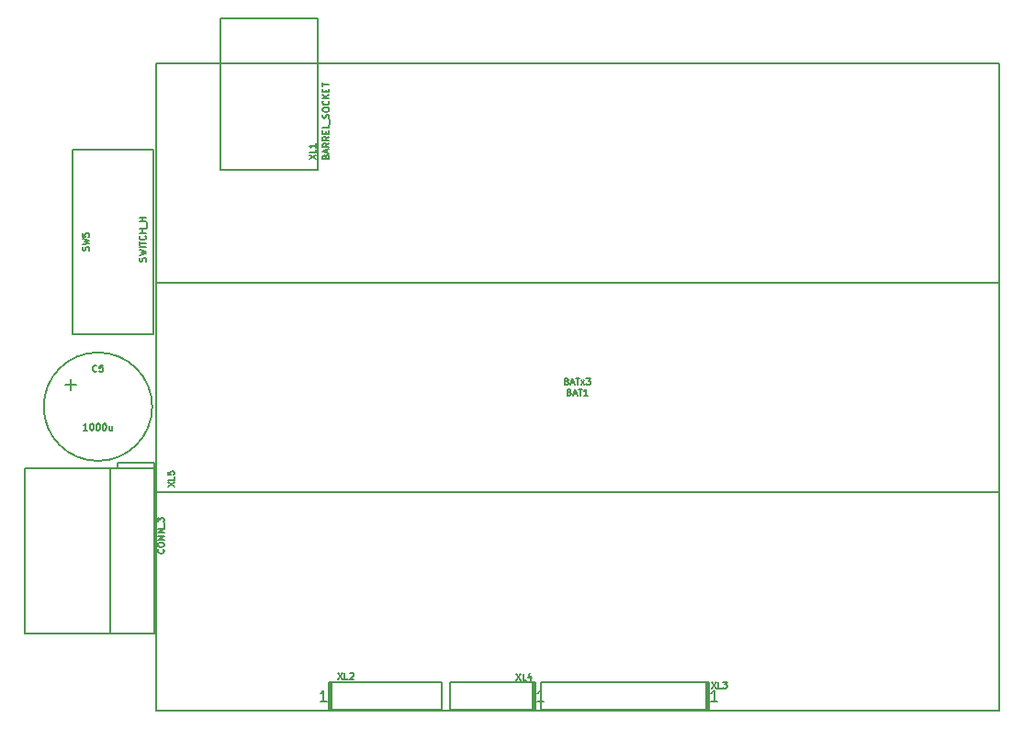
<source format=gto>
G04 #@! TF.FileFunction,Legend,Top*
%FSLAX46Y46*%
G04 Gerber Fmt 4.6, Leading zero omitted, Abs format (unit mm)*
G04 Created by KiCad (PCBNEW (2015-08-16 BZR 6097, Git b384c94)-product) date 30.08.2015 23:23:13*
%MOMM*%
G01*
G04 APERTURE LIST*
%ADD10C,0.100000*%
%ADD11C,0.150000*%
%ADD12C,0.127000*%
G04 APERTURE END LIST*
D10*
D11*
X85201260Y-92800000D02*
G75*
G03X85201260Y-92800000I-5001260J0D01*
G01*
X77200260Y-90801020D02*
X78201020Y-90801020D01*
X77700640Y-90300640D02*
X77700640Y-91298860D01*
X77850000Y-86100000D02*
X77850000Y-69100000D01*
X77850000Y-69100000D02*
X85350000Y-69100000D01*
X85350000Y-69100000D02*
X85350000Y-86100000D01*
X85350000Y-86100000D02*
X77850000Y-86100000D01*
X96000000Y-57000000D02*
X100500000Y-57000000D01*
X100500000Y-57000000D02*
X100500000Y-71000000D01*
X100500000Y-71000000D02*
X91500000Y-71000000D01*
X91500000Y-71000000D02*
X91500000Y-57000000D01*
D12*
X91500000Y-57000000D02*
X96000000Y-57000000D01*
D11*
X101730000Y-120770000D02*
X101476000Y-120770000D01*
X101476000Y-120770000D02*
X101476000Y-118230000D01*
X101476000Y-118230000D02*
X101730000Y-118230000D01*
X101730000Y-118230000D02*
X101603000Y-118230000D01*
X101603000Y-118230000D02*
X101603000Y-120770000D01*
X101730000Y-118230000D02*
X111890000Y-118230000D01*
X111890000Y-118230000D02*
X111890000Y-120770000D01*
X111890000Y-120770000D02*
X101730000Y-120770000D01*
X101730000Y-120770000D02*
X101730000Y-118230000D01*
X136270000Y-118230000D02*
X121030000Y-118230000D01*
X121030000Y-120770000D02*
X136270000Y-120770000D01*
X121030000Y-120770000D02*
X121030000Y-118230000D01*
X136270000Y-118230000D02*
X136524000Y-118230000D01*
X136524000Y-118230000D02*
X136524000Y-120770000D01*
X136524000Y-120770000D02*
X136270000Y-120770000D01*
X136270000Y-120770000D02*
X136397000Y-120770000D01*
X136397000Y-120770000D02*
X136397000Y-118230000D01*
X136270000Y-118230000D02*
X136270000Y-120770000D01*
X120270000Y-118230000D02*
X112650000Y-118230000D01*
X120270000Y-120770000D02*
X112650000Y-120770000D01*
X120270000Y-118230000D02*
X120524000Y-118230000D01*
X120524000Y-118230000D02*
X120524000Y-120770000D01*
X120524000Y-120770000D02*
X120270000Y-120770000D01*
X120270000Y-120770000D02*
X120397000Y-120770000D01*
X120397000Y-120770000D02*
X120397000Y-118230000D01*
X112650000Y-120770000D02*
X112650000Y-118230000D01*
X120270000Y-118230000D02*
X120270000Y-120770000D01*
X85550000Y-100650000D02*
X163250000Y-100650000D01*
X85550000Y-81350000D02*
X163250000Y-81350000D01*
X85550000Y-61150000D02*
X163250000Y-61150000D01*
X163250000Y-61150000D02*
X163250000Y-120850000D01*
X163250000Y-120850000D02*
X85550000Y-120850000D01*
X85550000Y-120850000D02*
X85550000Y-61150000D01*
X81368000Y-113680000D02*
X81368000Y-98440000D01*
X73494000Y-113680000D02*
X83400000Y-113680000D01*
X73494000Y-113680000D02*
X73494000Y-98440000D01*
X73494000Y-98440000D02*
X85432000Y-98440000D01*
X85432000Y-98440000D02*
X85432000Y-113680000D01*
X85400000Y-98480000D02*
X85400000Y-97980000D01*
X85400000Y-97980000D02*
X82000000Y-97980000D01*
X82000000Y-97980000D02*
X82000000Y-98480000D01*
X85400000Y-113680000D02*
X83400000Y-113680000D01*
X80100000Y-89514286D02*
X80071429Y-89542857D01*
X79985715Y-89571429D01*
X79928572Y-89571429D01*
X79842857Y-89542857D01*
X79785715Y-89485714D01*
X79757143Y-89428571D01*
X79728572Y-89314286D01*
X79728572Y-89228571D01*
X79757143Y-89114286D01*
X79785715Y-89057143D01*
X79842857Y-89000000D01*
X79928572Y-88971429D01*
X79985715Y-88971429D01*
X80071429Y-89000000D01*
X80100000Y-89028571D01*
X80642857Y-88971429D02*
X80357143Y-88971429D01*
X80328572Y-89257143D01*
X80357143Y-89228571D01*
X80414286Y-89200000D01*
X80557143Y-89200000D01*
X80614286Y-89228571D01*
X80642857Y-89257143D01*
X80671429Y-89314286D01*
X80671429Y-89457143D01*
X80642857Y-89514286D01*
X80614286Y-89542857D01*
X80557143Y-89571429D01*
X80414286Y-89571429D01*
X80357143Y-89542857D01*
X80328572Y-89514286D01*
X79242857Y-94971429D02*
X78900000Y-94971429D01*
X79071428Y-94971429D02*
X79071428Y-94371429D01*
X79014285Y-94457143D01*
X78957143Y-94514286D01*
X78900000Y-94542857D01*
X79614286Y-94371429D02*
X79671429Y-94371429D01*
X79728572Y-94400000D01*
X79757143Y-94428571D01*
X79785714Y-94485714D01*
X79814286Y-94600000D01*
X79814286Y-94742857D01*
X79785714Y-94857143D01*
X79757143Y-94914286D01*
X79728572Y-94942857D01*
X79671429Y-94971429D01*
X79614286Y-94971429D01*
X79557143Y-94942857D01*
X79528572Y-94914286D01*
X79500000Y-94857143D01*
X79471429Y-94742857D01*
X79471429Y-94600000D01*
X79500000Y-94485714D01*
X79528572Y-94428571D01*
X79557143Y-94400000D01*
X79614286Y-94371429D01*
X80185715Y-94371429D02*
X80242858Y-94371429D01*
X80300001Y-94400000D01*
X80328572Y-94428571D01*
X80357143Y-94485714D01*
X80385715Y-94600000D01*
X80385715Y-94742857D01*
X80357143Y-94857143D01*
X80328572Y-94914286D01*
X80300001Y-94942857D01*
X80242858Y-94971429D01*
X80185715Y-94971429D01*
X80128572Y-94942857D01*
X80100001Y-94914286D01*
X80071429Y-94857143D01*
X80042858Y-94742857D01*
X80042858Y-94600000D01*
X80071429Y-94485714D01*
X80100001Y-94428571D01*
X80128572Y-94400000D01*
X80185715Y-94371429D01*
X80757144Y-94371429D02*
X80814287Y-94371429D01*
X80871430Y-94400000D01*
X80900001Y-94428571D01*
X80928572Y-94485714D01*
X80957144Y-94600000D01*
X80957144Y-94742857D01*
X80928572Y-94857143D01*
X80900001Y-94914286D01*
X80871430Y-94942857D01*
X80814287Y-94971429D01*
X80757144Y-94971429D01*
X80700001Y-94942857D01*
X80671430Y-94914286D01*
X80642858Y-94857143D01*
X80614287Y-94742857D01*
X80614287Y-94600000D01*
X80642858Y-94485714D01*
X80671430Y-94428571D01*
X80700001Y-94400000D01*
X80757144Y-94371429D01*
X81471430Y-94571429D02*
X81471430Y-94971429D01*
X81214287Y-94571429D02*
X81214287Y-94885714D01*
X81242859Y-94942857D01*
X81300001Y-94971429D01*
X81385716Y-94971429D01*
X81442859Y-94942857D01*
X81471430Y-94914286D01*
X79342857Y-78400000D02*
X79371429Y-78314286D01*
X79371429Y-78171429D01*
X79342857Y-78114286D01*
X79314286Y-78085715D01*
X79257143Y-78057143D01*
X79200000Y-78057143D01*
X79142857Y-78085715D01*
X79114286Y-78114286D01*
X79085714Y-78171429D01*
X79057143Y-78285715D01*
X79028571Y-78342857D01*
X79000000Y-78371429D01*
X78942857Y-78400000D01*
X78885714Y-78400000D01*
X78828571Y-78371429D01*
X78800000Y-78342857D01*
X78771429Y-78285715D01*
X78771429Y-78142857D01*
X78800000Y-78057143D01*
X78771429Y-77857143D02*
X79371429Y-77714286D01*
X78942857Y-77600000D01*
X79371429Y-77485714D01*
X78771429Y-77342857D01*
X78771429Y-76828572D02*
X78771429Y-77114286D01*
X79057143Y-77142857D01*
X79028571Y-77114286D01*
X79000000Y-77057143D01*
X79000000Y-76914286D01*
X79028571Y-76857143D01*
X79057143Y-76828572D01*
X79114286Y-76800000D01*
X79257143Y-76800000D01*
X79314286Y-76828572D01*
X79342857Y-76857143D01*
X79371429Y-76914286D01*
X79371429Y-77057143D01*
X79342857Y-77114286D01*
X79314286Y-77142857D01*
X84592857Y-79392856D02*
X84621429Y-79307142D01*
X84621429Y-79164285D01*
X84592857Y-79107142D01*
X84564286Y-79078571D01*
X84507143Y-79049999D01*
X84450000Y-79049999D01*
X84392857Y-79078571D01*
X84364286Y-79107142D01*
X84335714Y-79164285D01*
X84307143Y-79278571D01*
X84278571Y-79335713D01*
X84250000Y-79364285D01*
X84192857Y-79392856D01*
X84135714Y-79392856D01*
X84078571Y-79364285D01*
X84050000Y-79335713D01*
X84021429Y-79278571D01*
X84021429Y-79135713D01*
X84050000Y-79049999D01*
X84021429Y-78849999D02*
X84621429Y-78707142D01*
X84192857Y-78592856D01*
X84621429Y-78478570D01*
X84021429Y-78335713D01*
X84621429Y-78107142D02*
X84021429Y-78107142D01*
X84021429Y-77907142D02*
X84021429Y-77564285D01*
X84621429Y-77735714D02*
X84021429Y-77735714D01*
X84564286Y-77021428D02*
X84592857Y-77049999D01*
X84621429Y-77135713D01*
X84621429Y-77192856D01*
X84592857Y-77278571D01*
X84535714Y-77335713D01*
X84478571Y-77364285D01*
X84364286Y-77392856D01*
X84278571Y-77392856D01*
X84164286Y-77364285D01*
X84107143Y-77335713D01*
X84050000Y-77278571D01*
X84021429Y-77192856D01*
X84021429Y-77135713D01*
X84050000Y-77049999D01*
X84078571Y-77021428D01*
X84621429Y-76764285D02*
X84021429Y-76764285D01*
X84307143Y-76764285D02*
X84307143Y-76421428D01*
X84621429Y-76421428D02*
X84021429Y-76421428D01*
X84678571Y-76278571D02*
X84678571Y-75821428D01*
X84621429Y-75678571D02*
X84021429Y-75678571D01*
X84307143Y-75678571D02*
X84307143Y-75335714D01*
X84621429Y-75335714D02*
X84021429Y-75335714D01*
X99671429Y-69978572D02*
X100271429Y-69578572D01*
X99671429Y-69578572D02*
X100271429Y-69978572D01*
X100271429Y-69064286D02*
X100271429Y-69350000D01*
X99671429Y-69350000D01*
X100271429Y-68550000D02*
X100271429Y-68892857D01*
X100271429Y-68721429D02*
X99671429Y-68721429D01*
X99757143Y-68778572D01*
X99814286Y-68835714D01*
X99842857Y-68892857D01*
X101207143Y-69757143D02*
X101235714Y-69671429D01*
X101264286Y-69642857D01*
X101321429Y-69614286D01*
X101407143Y-69614286D01*
X101464286Y-69642857D01*
X101492857Y-69671429D01*
X101521429Y-69728571D01*
X101521429Y-69957143D01*
X100921429Y-69957143D01*
X100921429Y-69757143D01*
X100950000Y-69700000D01*
X100978571Y-69671429D01*
X101035714Y-69642857D01*
X101092857Y-69642857D01*
X101150000Y-69671429D01*
X101178571Y-69700000D01*
X101207143Y-69757143D01*
X101207143Y-69957143D01*
X101350000Y-69385714D02*
X101350000Y-69100000D01*
X101521429Y-69442857D02*
X100921429Y-69242857D01*
X101521429Y-69042857D01*
X101521429Y-68500000D02*
X101235714Y-68700000D01*
X101521429Y-68842857D02*
X100921429Y-68842857D01*
X100921429Y-68614285D01*
X100950000Y-68557143D01*
X100978571Y-68528571D01*
X101035714Y-68500000D01*
X101121429Y-68500000D01*
X101178571Y-68528571D01*
X101207143Y-68557143D01*
X101235714Y-68614285D01*
X101235714Y-68842857D01*
X101521429Y-67900000D02*
X101235714Y-68100000D01*
X101521429Y-68242857D02*
X100921429Y-68242857D01*
X100921429Y-68014285D01*
X100950000Y-67957143D01*
X100978571Y-67928571D01*
X101035714Y-67900000D01*
X101121429Y-67900000D01*
X101178571Y-67928571D01*
X101207143Y-67957143D01*
X101235714Y-68014285D01*
X101235714Y-68242857D01*
X101207143Y-67642857D02*
X101207143Y-67442857D01*
X101521429Y-67357143D02*
X101521429Y-67642857D01*
X100921429Y-67642857D01*
X100921429Y-67357143D01*
X101521429Y-66814286D02*
X101521429Y-67100000D01*
X100921429Y-67100000D01*
X101578571Y-66757143D02*
X101578571Y-66300000D01*
X101492857Y-66185714D02*
X101521429Y-66100000D01*
X101521429Y-65957143D01*
X101492857Y-65900000D01*
X101464286Y-65871429D01*
X101407143Y-65842857D01*
X101350000Y-65842857D01*
X101292857Y-65871429D01*
X101264286Y-65900000D01*
X101235714Y-65957143D01*
X101207143Y-66071429D01*
X101178571Y-66128571D01*
X101150000Y-66157143D01*
X101092857Y-66185714D01*
X101035714Y-66185714D01*
X100978571Y-66157143D01*
X100950000Y-66128571D01*
X100921429Y-66071429D01*
X100921429Y-65928571D01*
X100950000Y-65842857D01*
X100921429Y-65471428D02*
X100921429Y-65357142D01*
X100950000Y-65300000D01*
X101007143Y-65242857D01*
X101121429Y-65214285D01*
X101321429Y-65214285D01*
X101435714Y-65242857D01*
X101492857Y-65300000D01*
X101521429Y-65357142D01*
X101521429Y-65471428D01*
X101492857Y-65528571D01*
X101435714Y-65585714D01*
X101321429Y-65614285D01*
X101121429Y-65614285D01*
X101007143Y-65585714D01*
X100950000Y-65528571D01*
X100921429Y-65471428D01*
X101464286Y-64614286D02*
X101492857Y-64642857D01*
X101521429Y-64728571D01*
X101521429Y-64785714D01*
X101492857Y-64871429D01*
X101435714Y-64928571D01*
X101378571Y-64957143D01*
X101264286Y-64985714D01*
X101178571Y-64985714D01*
X101064286Y-64957143D01*
X101007143Y-64928571D01*
X100950000Y-64871429D01*
X100921429Y-64785714D01*
X100921429Y-64728571D01*
X100950000Y-64642857D01*
X100978571Y-64614286D01*
X101521429Y-64357143D02*
X100921429Y-64357143D01*
X101521429Y-64014286D02*
X101178571Y-64271429D01*
X100921429Y-64014286D02*
X101264286Y-64357143D01*
X101207143Y-63757143D02*
X101207143Y-63557143D01*
X101521429Y-63471429D02*
X101521429Y-63757143D01*
X100921429Y-63757143D01*
X100921429Y-63471429D01*
X100921429Y-63300000D02*
X100921429Y-62957143D01*
X101521429Y-63128572D02*
X100921429Y-63128572D01*
X102332388Y-117322309D02*
X102732388Y-117922309D01*
X102732388Y-117322309D02*
X102332388Y-117922309D01*
X103246674Y-117922309D02*
X102960960Y-117922309D01*
X102960960Y-117322309D01*
X103418103Y-117379451D02*
X103446674Y-117350880D01*
X103503817Y-117322309D01*
X103646674Y-117322309D01*
X103703817Y-117350880D01*
X103732388Y-117379451D01*
X103760960Y-117436594D01*
X103760960Y-117493737D01*
X103732388Y-117579451D01*
X103389531Y-117922309D01*
X103760960Y-117922309D01*
X101285715Y-119952381D02*
X100714286Y-119952381D01*
X101000000Y-119952381D02*
X101000000Y-118952381D01*
X100904762Y-119095238D01*
X100809524Y-119190476D01*
X100714286Y-119238095D01*
X136771428Y-118171429D02*
X137171428Y-118771429D01*
X137171428Y-118171429D02*
X136771428Y-118771429D01*
X137685714Y-118771429D02*
X137400000Y-118771429D01*
X137400000Y-118171429D01*
X137828571Y-118171429D02*
X138200000Y-118171429D01*
X138000000Y-118400000D01*
X138085714Y-118400000D01*
X138142857Y-118428571D01*
X138171428Y-118457143D01*
X138200000Y-118514286D01*
X138200000Y-118657143D01*
X138171428Y-118714286D01*
X138142857Y-118742857D01*
X138085714Y-118771429D01*
X137914286Y-118771429D01*
X137857143Y-118742857D01*
X137828571Y-118714286D01*
X137285715Y-119952381D02*
X136714286Y-119952381D01*
X137000000Y-119952381D02*
X137000000Y-118952381D01*
X136904762Y-119095238D01*
X136809524Y-119190476D01*
X136714286Y-119238095D01*
X118771428Y-117421429D02*
X119171428Y-118021429D01*
X119171428Y-117421429D02*
X118771428Y-118021429D01*
X119685714Y-118021429D02*
X119400000Y-118021429D01*
X119400000Y-117421429D01*
X120142857Y-117621429D02*
X120142857Y-118021429D01*
X120000000Y-117392857D02*
X119857143Y-117821429D01*
X120228571Y-117821429D01*
X121285715Y-119952381D02*
X120714286Y-119952381D01*
X121000000Y-119952381D02*
X121000000Y-118952381D01*
X120904762Y-119095238D01*
X120809524Y-119190476D01*
X120714286Y-119238095D01*
X123671428Y-91457143D02*
X123757142Y-91485714D01*
X123785714Y-91514286D01*
X123814285Y-91571429D01*
X123814285Y-91657143D01*
X123785714Y-91714286D01*
X123757142Y-91742857D01*
X123700000Y-91771429D01*
X123471428Y-91771429D01*
X123471428Y-91171429D01*
X123671428Y-91171429D01*
X123728571Y-91200000D01*
X123757142Y-91228571D01*
X123785714Y-91285714D01*
X123785714Y-91342857D01*
X123757142Y-91400000D01*
X123728571Y-91428571D01*
X123671428Y-91457143D01*
X123471428Y-91457143D01*
X124042857Y-91600000D02*
X124328571Y-91600000D01*
X123985714Y-91771429D02*
X124185714Y-91171429D01*
X124385714Y-91771429D01*
X124500000Y-91171429D02*
X124842857Y-91171429D01*
X124671428Y-91771429D02*
X124671428Y-91171429D01*
X125357143Y-91771429D02*
X125014286Y-91771429D01*
X125185714Y-91771429D02*
X125185714Y-91171429D01*
X125128571Y-91257143D01*
X125071429Y-91314286D01*
X125014286Y-91342857D01*
X123428571Y-90457143D02*
X123514285Y-90485714D01*
X123542857Y-90514286D01*
X123571428Y-90571429D01*
X123571428Y-90657143D01*
X123542857Y-90714286D01*
X123514285Y-90742857D01*
X123457143Y-90771429D01*
X123228571Y-90771429D01*
X123228571Y-90171429D01*
X123428571Y-90171429D01*
X123485714Y-90200000D01*
X123514285Y-90228571D01*
X123542857Y-90285714D01*
X123542857Y-90342857D01*
X123514285Y-90400000D01*
X123485714Y-90428571D01*
X123428571Y-90457143D01*
X123228571Y-90457143D01*
X123800000Y-90600000D02*
X124085714Y-90600000D01*
X123742857Y-90771429D02*
X123942857Y-90171429D01*
X124142857Y-90771429D01*
X124257143Y-90171429D02*
X124600000Y-90171429D01*
X124428571Y-90771429D02*
X124428571Y-90171429D01*
X124742857Y-90771429D02*
X125057143Y-90371429D01*
X124742857Y-90371429D02*
X125057143Y-90771429D01*
X125228571Y-90171429D02*
X125600000Y-90171429D01*
X125400000Y-90400000D01*
X125485714Y-90400000D01*
X125542857Y-90428571D01*
X125571428Y-90457143D01*
X125600000Y-90514286D01*
X125600000Y-90657143D01*
X125571428Y-90714286D01*
X125542857Y-90742857D01*
X125485714Y-90771429D01*
X125314286Y-90771429D01*
X125257143Y-90742857D01*
X125228571Y-90714286D01*
X86627429Y-100184572D02*
X87227429Y-99784572D01*
X86627429Y-99784572D02*
X87227429Y-100184572D01*
X87227429Y-99270286D02*
X87227429Y-99556000D01*
X86627429Y-99556000D01*
X86627429Y-98784572D02*
X86627429Y-99070286D01*
X86913143Y-99098857D01*
X86884571Y-99070286D01*
X86856000Y-99013143D01*
X86856000Y-98870286D01*
X86884571Y-98813143D01*
X86913143Y-98784572D01*
X86970286Y-98756000D01*
X87113143Y-98756000D01*
X87170286Y-98784572D01*
X87198857Y-98813143D01*
X87227429Y-98870286D01*
X87227429Y-99013143D01*
X87198857Y-99070286D01*
X87170286Y-99098857D01*
X86244286Y-105961428D02*
X86272857Y-105989999D01*
X86301429Y-106075713D01*
X86301429Y-106132856D01*
X86272857Y-106218571D01*
X86215714Y-106275713D01*
X86158571Y-106304285D01*
X86044286Y-106332856D01*
X85958571Y-106332856D01*
X85844286Y-106304285D01*
X85787143Y-106275713D01*
X85730000Y-106218571D01*
X85701429Y-106132856D01*
X85701429Y-106075713D01*
X85730000Y-105989999D01*
X85758571Y-105961428D01*
X85701429Y-105589999D02*
X85701429Y-105475713D01*
X85730000Y-105418571D01*
X85787143Y-105361428D01*
X85901429Y-105332856D01*
X86101429Y-105332856D01*
X86215714Y-105361428D01*
X86272857Y-105418571D01*
X86301429Y-105475713D01*
X86301429Y-105589999D01*
X86272857Y-105647142D01*
X86215714Y-105704285D01*
X86101429Y-105732856D01*
X85901429Y-105732856D01*
X85787143Y-105704285D01*
X85730000Y-105647142D01*
X85701429Y-105589999D01*
X86301429Y-105075714D02*
X85701429Y-105075714D01*
X86301429Y-104732857D01*
X85701429Y-104732857D01*
X86301429Y-104447143D02*
X85701429Y-104447143D01*
X86301429Y-104104286D01*
X85701429Y-104104286D01*
X86358571Y-103961429D02*
X86358571Y-103504286D01*
X85701429Y-103418572D02*
X85701429Y-103047143D01*
X85930000Y-103247143D01*
X85930000Y-103161429D01*
X85958571Y-103104286D01*
X85987143Y-103075715D01*
X86044286Y-103047143D01*
X86187143Y-103047143D01*
X86244286Y-103075715D01*
X86272857Y-103104286D01*
X86301429Y-103161429D01*
X86301429Y-103332857D01*
X86272857Y-103390000D01*
X86244286Y-103418572D01*
M02*

</source>
